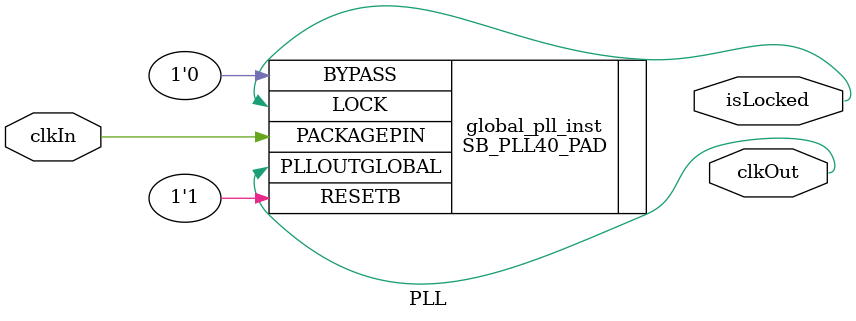
<source format=v>
module PLL(clkIn, clkOut, isLocked);

   // Input ports
   input clkIn;

   // Output ports
   output clkOut;
   output isLocked;

   // In: 12Mhz / Out: 18Mhz
   SB_PLL40_PAD #(
       .FEEDBACK_PATH("SIMPLE"),
       .DIVR(4'b0000),         // DIVR =  0
       .DIVF(7'b0101111),      // DIVF = 47
       .DIVQ(3'b101),          // DIVQ =  5 
       .FILTER_RANGE(3'b001)   // FILTER_RANGE = 1
   ) global_pll_inst (
       .LOCK(isLocked),
       .RESETB(1'b1),
       .BYPASS(1'b0),
       .PACKAGEPIN(clkIn),
       .PLLOUTGLOBAL(clkOut)
   );
endmodule

</source>
